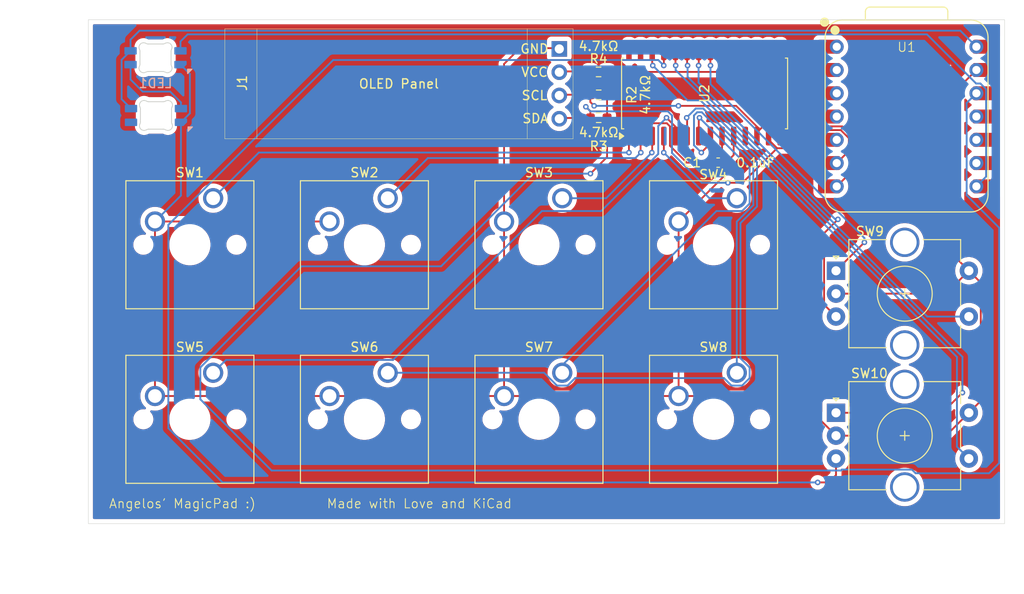
<source format=kicad_pcb>
(kicad_pcb (version 20241229) (generator "pcbnew") (generator_version "9.0")
  (layers (0 "F.Cu" signal) (2 "B.Cu" signal) (13 "F.Paste" user) (15 "B.Paste" user) (5 "F.SilkS" user "F.Silkscreen") (7 "B.SilkS" user "B.Silkscreen") (1 "F.Mask" user) (3 "B.Mask" user) (25 "Edge.Cuts" user))
  (net 0 "")
  (net 1 "GND")
  (net 2 "/3V3")
  (net 3 "/SCL")
  (net 4 "/SDA")
  (net 5 "/LED")
  (net 6 "Net-(LED1-DOUT)")
  (net 7 "+5V")
  (net 9 "/RESET")
  (net 10 "/SW1")
  (net 11 "/SW2")
  (net 12 "/SW3")
  (net 13 "/SW4")
  (net 14 "/SW5")
  (net 15 "/SW6")
  (net 16 "/SW7")
  (net 17 "/SW8")
  (net 18 "/ROT1_B")
  (net 20 "/ROT1_SW")
  (net 21 "/ROT1_A")
  (net 24 "/ROT2_B")
  (net 25 "/ROT2_A")
  (net 27 "/ROT2_SW")
  (footprint "Button_Switch_Keyboard:SW_Cherry_MX_1.00u_PCB" (layer "F.Cu") (at 105.641308 46.633201)
    (property "Reference" "SW4" (at -2.57125 -2.5825 0) (layer "F.SilkS"))
    (property "Value" "SW_Push")
    (pad "" np_thru_hole circle (at -7.62 5.08) (size 1.7 1.7) (drill 1.7) (layers "*.Cu" "*.Mask"))
    (pad "" np_thru_hole circle (at -2.54 5.08) (size 4 4) (drill 4) (layers "*.Cu" "*.Mask"))
    (pad "" np_thru_hole circle (at 2.54 5.08) (size 1.7 1.7) (drill 1.7) (layers "*.Cu" "*.Mask"))
    (pad "1" thru_hole circle (at 0 0) (size 2.2 2.2) (drill 1.5) (layers "*.Cu" "*.Mask") (net 13 "/SW4"))
    (pad "2" thru_hole circle (at -6.35 2.54) (size 2.2 2.2) (drill 1.5) (layers "*.Cu" "*.Mask") (net 1 "GND"))
  )
  (footprint "Button_Switch_Keyboard:SW_Cherry_MX_1.00u_PCB" (layer "F.Cu") (at 86.591308 46.633201)
    (property "Reference" "SW3" (at -2.54 -2.794 0) (layer "F.SilkS"))
    (property "Value" "SW_Push")
    (pad "" np_thru_hole circle (at -7.62 5.08) (size 1.7 1.7) (drill 1.7) (layers "*.Cu" "*.Mask"))
    (pad "" np_thru_hole circle (at -2.54 5.08) (size 4 4) (drill 4) (layers "*.Cu" "*.Mask"))
    (pad "" np_thru_hole circle (at 2.54 5.08) (size 1.7 1.7) (drill 1.7) (layers "*.Cu" "*.Mask"))
    (pad "1" thru_hole circle (at 0 0) (size 2.2 2.2) (drill 1.5) (layers "*.Cu" "*.Mask") (net 12 "/SW3"))
    (pad "2" thru_hole circle (at -6.35 2.54) (size 2.2 2.2) (drill 1.5) (layers "*.Cu" "*.Mask") (net 1 "GND"))
  )
  (footprint "Package_SO:SOIC-28W_7.5x17.9mm_P1.27mm" (layer "F.Cu") (at 102.125058 35.200701 90)
    (property "Reference" "U2" (at 0 0 90) (layer "F.SilkS"))
    (property "Value" "MCP23017_SO")
    (pad "1" smd roundrect (at -4.65 -8.255 90) (size 2.05 0.6) (layers "F.Cu" "F.Mask" "F.Paste") (net 10 "/SW1"))
    (pad "2" smd roundrect (at -4.65 -6.985 90) (size 2.05 0.6) (layers "F.Cu" "F.Mask" "F.Paste") (net 11 "/SW2"))
    (pad "3" smd roundrect (at -4.65 -5.715 90) (size 2.05 0.6) (layers "F.Cu" "F.Mask" "F.Paste") (net 12 "/SW3"))
    (pad "4" smd roundrect (at -4.65 -4.445 90) (size 2.05 0.6) (layers "F.Cu" "F.Mask" "F.Paste") (net 13 "/SW4"))
    (pad "5" smd roundrect (at -4.65 -3.175 90) (size 2.05 0.6) (layers "F.Cu" "F.Mask" "F.Paste") (net 14 "/SW5"))
    (pad "6" smd roundrect (at -4.65 -1.905 90) (size 2.05 0.6) (layers "F.Cu" "F.Mask" "F.Paste") (net 15 "/SW6"))
    (pad "7" smd roundrect (at -4.65 -0.635 90) (size 2.05 0.6) (layers "F.Cu" "F.Mask" "F.Paste") (net 16 "/SW7"))
    (pad "8" smd roundrect (at -4.65 0.635 90) (size 2.05 0.6) (layers "F.Cu" "F.Mask" "F.Paste") (net 17 "/SW8"))
    (pad "9" smd roundrect (at -4.65 1.905 90) (size 2.05 0.6) (layers "F.Cu" "F.Mask" "F.Paste") (net 2 "/3V3"))
    (pad "10" smd roundrect (at -4.65 3.175 90) (size 2.05 0.6) (layers "F.Cu" "F.Mask" "F.Paste") (net 1 "GND"))
    (pad "11" smd roundrect (at -4.65 4.445 90) (size 2.05 0.6) (layers "F.Cu" "F.Mask" "F.Paste"))
    (pad "12" smd roundrect (at -4.65 5.715 90) (size 2.05 0.6) (layers "F.Cu" "F.Mask" "F.Paste") (net 3 "/SCL"))
    (pad "13" smd roundrect (at -4.65 6.985 90) (size 2.05 0.6) (layers "F.Cu" "F.Mask" "F.Paste") (net 4 "/SDA"))
    (pad "14" smd roundrect (at -4.65 8.255 90) (size 2.05 0.6) (layers "F.Cu" "F.Mask" "F.Paste"))
    (pad "15" smd roundrect (at 4.65 8.255 90) (size 2.05 0.6) (layers "F.Cu" "F.Mask" "F.Paste"))
    (pad "16" smd roundrect (at 4.65 6.985 90) (size 2.05 0.6) (layers "F.Cu" "F.Mask" "F.Paste"))
    (pad "17" smd roundrect (at 4.65 5.715 90) (size 2.05 0.6) (layers "F.Cu" "F.Mask" "F.Paste"))
    (pad "18" smd roundrect (at 4.65 4.445 90) (size 2.05 0.6) (layers "F.Cu" "F.Mask" "F.Paste") (net 9 "/RESET"))
    (pad "19" smd roundrect (at 4.65 3.175 90) (size 2.05 0.6) (layers "F.Cu" "F.Mask" "F.Paste"))
    (pad "20" smd roundrect (at 4.65 1.905 90) (size 2.05 0.6) (layers "F.Cu" "F.Mask" "F.Paste"))
    (pad "21" smd roundrect (at 4.65 0.635 90) (size 2.05 0.6) (layers "F.Cu" "F.Mask" "F.Paste") (net 21 "/ROT1_A"))
    (pad "22" smd roundrect (at 4.65 -0.635 90) (size 2.05 0.6) (layers "F.Cu" "F.Mask" "F.Paste") (net 18 "/ROT1_B"))
    (pad "23" smd roundrect (at 4.65 -1.905 90) (size 2.05 0.6) (layers "F.Cu" "F.Mask" "F.Paste") (net 20 "/ROT1_SW"))
    (pad "24" smd roundrect (at 4.65 -3.175 90) (size 2.05 0.6) (layers "F.Cu" "F.Mask" "F.Paste") (net 25 "/ROT2_A"))
    (pad "25" smd roundrect (at 4.65 -4.445 90) (size 2.05 0.6) (layers "F.Cu" "F.Mask" "F.Paste") (net 24 "/ROT2_B"))
    (pad "26" smd roundrect (at 4.65 -5.715 90) (size 2.05 0.6) (layers "F.Cu" "F.Mask" "F.Paste") (net 27 "/ROT2_SW"))
    (pad "27" smd roundrect (at 4.65 -6.985 90) (size 2.05 0.6) (layers "F.Cu" "F.Mask" "F.Paste"))
    (pad "28" smd roundrect (at 4.65 -8.255 90) (size 2.05 0.6) (layers "F.Cu" "F.Mask" "F.Paste"))
  )
  (footprint "Resistor_SMD:R_0603_1608Metric_Pad0.98x0.95mm_HandSolder" (layer "F.Cu") (at 90.557558 32.850701)
    (property "Reference" "R4" (at 0 -1.43 0) (layer "F.SilkS"))
    (property "Value" "4.7kΩ" (at 0 -2.8 0) (layer "F.SilkS"))
    (pad "1" smd roundrect (at -0.9125 0) (size 0.975 0.95) (layers "F.Cu" "F.Mask" "F.Paste") (net 2 "/3V3"))
    (pad "2" smd roundrect (at 0.9125 0) (size 0.975 0.95) (layers "F.Cu" "F.Mask" "F.Paste") (net 9 "/RESET"))
  )
  (footprint "SSD1306-0.91-OLED-4pin-128x32:SSD1306-0.91-OLED-4pin-128x32" (layer "F.Cu") (at 49.770058 28.150701)
    (property "Reference" "J1" (at 1.9 5.91 90) (layer "F.SilkS"))
    (property "Value" "OLED_Connector" (hide yes))
    (fp_text user "OLED Panel" (at 19 6 0) (layer "F.SilkS"))
    (fp_text user "GND" (at 33.785 2.185 0) (layer "F.SilkS"))
    (fp_text user "VCC" (at 33.785 4.73 0) (layer "F.SilkS"))
    (fp_text user "SDA" (at 33.885 9.785 0) (layer "F.SilkS"))
    (fp_text user "SCL" (at 33.785 7.27 0) (layer "F.SilkS"))
    (pad "1" thru_hole rect (at 36.5 2.19) (size 1.7 1.7) (drill 1) (layers "*.Cu" "*.Mask") (net 1 "GND"))
    (pad "2" thru_hole oval (at 36.5 4.73) (size 1.7 1.7) (drill 1) (layers "*.Cu" "*.Mask") (net 2 "/3V3"))
    (pad "3" thru_hole oval (at 36.5 7.27) (size 1.7 1.7) (drill 1) (layers "*.Cu" "*.Mask") (net 3 "/SCL"))
    (pad "4" thru_hole oval (at 36.5 9.81) (size 1.7 1.7) (drill 1) (layers "*.Cu" "*.Mask") (net 4 "/SDA"))
  )
  (footprint "Button_Switch_Keyboard:SW_Cherry_MX_1.00u_PCB" (layer "F.Cu") (at 105.641308 65.683201)
    (property "Reference" "SW8" (at -2.54 -2.794 0) (layer "F.SilkS"))
    (property "Value" "SW_Push")
    (pad "" np_thru_hole circle (at -7.62 5.08) (size 1.7 1.7) (drill 1.7) (layers "*.Cu" "*.Mask"))
    (pad "" np_thru_hole circle (at -2.54 5.08) (size 4 4) (drill 4) (layers "*.Cu" "*.Mask"))
    (pad "" np_thru_hole circle (at 2.54 5.08) (size 1.7 1.7) (drill 1.7) (layers "*.Cu" "*.Mask"))
    (pad "1" thru_hole circle (at 0 0) (size 2.2 2.2) (drill 1.5) (layers "*.Cu" "*.Mask") (net 17 "/SW8"))
    (pad "2" thru_hole circle (at -6.35 2.54) (size 2.2 2.2) (drill 1.5) (layers "*.Cu" "*.Mask") (net 1 "GND"))
  )
  (footprint "Button_Switch_Keyboard:SW_Cherry_MX_1.00u_PCB" (layer "F.Cu") (at 48.491308 46.633201)
    (property "Reference" "SW1" (at -2.54 -2.794 0) (layer "F.SilkS"))
    (property "Value" "SW_Push")
    (pad "" np_thru_hole circle (at -7.62 5.08) (size 1.7 1.7) (drill 1.7) (layers "*.Cu" "*.Mask"))
    (pad "" np_thru_hole circle (at -2.54 5.08) (size 4 4) (drill 4) (layers "*.Cu" "*.Mask"))
    (pad "" np_thru_hole circle (at 2.54 5.08) (size 1.7 1.7) (drill 1.7) (layers "*.Cu" "*.Mask"))
    (pad "1" thru_hole circle (at 0 0) (size 2.2 2.2) (drill 1.5) (layers "*.Cu" "*.Mask") (net 10 "/SW1"))
    (pad "2" thru_hole circle (at -6.35 2.54) (size 2.2 2.2) (drill 1.5) (layers "*.Cu" "*.Mask") (net 1 "GND"))
  )
  (footprint "XIAO_PCB:XIAO-RP2040-DIP" (layer "F.Cu") (at 124.170058 37.719201)
    (property "Reference" "U1" (at 0 -7.5685 0) (layer "F.SilkS") (effects (font (thickness 0.1016))))
    (property "Value" "XIAO-RP2040-DIP")
    (pad "1" smd roundrect (at -8.455 -7.62 180) (size 2.432 1.524) (layers "F.Cu" "F.Mask") (roundrect_rratio 0.1))
    (pad "1" thru_hole circle (at -7.62 -7.62 180) (size 1.524 1.524) (drill 0.889) (layers "*.Cu" "*.Mask"))
    (pad "2" smd roundrect (at -8.455 -5.08 180) (size 2.432 1.524) (layers "F.Cu" "F.Mask") (roundrect_rratio 0.1))
    (pad "2" thru_hole circle (at -7.62 -5.08 180) (size 1.524 1.524) (drill 0.889) (layers "*.Cu" "*.Mask"))
    (pad "3" smd roundrect (at -8.455 -2.54 180) (size 2.432 1.524) (layers "F.Cu" "F.Mask") (roundrect_rratio 0.1))
    (pad "3" thru_hole circle (at -7.62 -2.54 180) (size 1.524 1.524) (drill 0.889) (layers "*.Cu" "*.Mask"))
    (pad "4" smd roundrect (at -8.455 0 180) (size 2.432 1.524) (layers "F.Cu" "F.Mask") (roundrect_rratio 0.1))
    (pad "4" thru_hole circle (at -7.62 0 180) (size 1.524 1.524) (drill 0.889) (layers "*.Cu" "*.Mask"))
    (pad "5" smd roundrect (at -8.455 2.54 180) (size 2.432 1.524) (layers "F.Cu" "F.Mask") (roundrect_rratio 0.1) (net 4 "/SDA"))
    (pad "5" thru_hole circle (at -7.62 2.54 180) (size 1.524 1.524) (drill 0.889) (layers "*.Cu" "*.Mask") (net 4 "/SDA"))
    (pad "6" smd roundrect (at -8.455 5.08 180) (size 2.432 1.524) (layers "F.Cu" "F.Mask") (roundrect_rratio 0.1) (net 3 "/SCL"))
    (pad "6" thru_hole circle (at -7.62 5.08 180) (size 1.524 1.524) (drill 0.889) (layers "*.Cu" "*.Mask") (net 3 "/SCL"))
    (pad "7" smd roundrect (at -8.455 7.62 180) (size 2.432 1.524) (layers "F.Cu" "F.Mask") (roundrect_rratio 0.1) (net 9 "/RESET"))
    (pad "7" thru_hole circle (at -7.62 7.62 180) (size 1.524 1.524) (drill 0.889) (layers "*.Cu" "*.Mask") (net 9 "/RESET"))
    (pad "8" thru_hole circle (at 7.62 7.62) (size 1.524 1.524) (drill 0.889) (layers "*.Cu" "*.Mask") (net 5 "/LED"))
    (pad "8" smd roundrect (at 8.455 7.62) (size 2.432 1.524) (layers "F.Cu" "F.Mask") (roundrect_rratio 0.1) (net 5 "/LED"))
    (pad "9" thru_hole circle (at 7.62 5.08) (size 1.524 1.524) (drill 0.889) (layers "*.Cu" "*.Mask"))
    (pad "9" smd roundrect (at 8.455 5.08) (size 2.432 1.524) (layers "F.Cu" "F.Mask") (roundrect_rratio 0.1))
    (pad "10" thru_hole circle (at 7.62 2.54) (size 1.524 1.524) (drill 0.889) (layers "*.Cu" "*.Mask"))
    (pad "10" smd roundrect (at 8.455 2.54) (size 2.432 1.524) (layers "F.Cu" "F.Mask") (roundrect_rratio 0.1))
    (pad "11" thru_hole circle (at 7.62 0) (size 1.524 1.524) (drill 0.889) (layers "*.Cu" "*.Mask"))
    (pad "11" smd roundrect (at 8.455 0) (size 2.432 1.524) (layers "F.Cu" "F.Mask") (roundrect_rratio 0.1))
    (pad "12" thru_hole circle (at 7.62 -2.54) (size 1.524 1.524) (drill 0.889) (layers "*.Cu" "*.Mask") (net 2 "/3V3"))
    (pad "12" smd roundrect (at 8.455 -2.54) (size 2.432 1.524) (layers "F.Cu" "F.Mask") (roundrect_rratio 0.1) (net 2 "/3V3"))
    (pad "13" thru_hole circle (at 7.62 -5.08) (size 1.524 1.524) (drill 0.889) (layers "*.Cu" "*.Mask") (net 1 "GND"))
    (pad "13" smd roundrect (at 8.455 -5.08) (size 2.432 1.524) (layers "F.Cu" "F.Mask") (roundrect_rratio 0.1) (net 1 "GND"))
    (pad "14" thru_hole circle (at 7.62 -7.62) (size 1.524 1.524) (drill 0.889) (layers "*.Cu" "*.Mask") (net 7 "+5V"))
    (pad "14" smd roundrect (at 8.455 -7.62) (size 2.432 1.524) (layers "F.Cu" "F.Mask") (roundrect_rratio 0.1) (net 7 "+5V"))
  )
  (footprint "Resistor_SMD:R_0603_1608Metric_Pad0.98x0.95mm_HandSolder" (layer "F.Cu") (at 90.570058 35.350701)
    (property "Reference" "R2" (at 3.6 0 270) (layer "F.SilkS"))
    (property "Value" "4.7kΩ" (at 5.1 0 90) (layer "F.SilkS"))
    (pad "1" smd roundrect (at -0.9125 0) (size 0.975 0.95) (layers "F.Cu" "F.Mask" "F.Paste") (net 3 "/SCL"))
    (pad "2" smd roundrect (at 0.9125 0) (size 0.975 0.95) (layers "F.Cu" "F.Mask" "F.Paste") (net 2 "/3V3"))
  )
  (footprint "Rotary_Encoder:RotaryEncoder_Alps_EC11E-Switch_Vertical_H20mm_CircularMountingHoles" (layer "F.Cu") (at 116.470058 54.550701)
    (property "Reference" "SW9" (at 3.7 -4.3 0) (layer "F.SilkS"))
    (property "Value" "RotaryEncoder_Switch_MP")
    (pad "A" thru_hole rect (at 0 0) (size 2 2) (drill 1) (layers "*.Cu" "*.Mask") (net 21 "/ROT1_A"))
    (pad "B" thru_hole circle (at 0 5) (size 2 2) (drill 1) (layers "*.Cu" "*.Mask") (net 18 "/ROT1_B"))
    (pad "C" thru_hole circle (at 0 2.5) (size 2 2) (drill 1) (layers "*.Cu" "*.Mask") (net 1 "GND"))
    (pad "MP" thru_hole circle (at 7.5 -3.1) (size 3.2 3.2) (drill 2.6) (layers "*.Cu" "*.Mask"))
    (pad "MP" thru_hole circle (at 7.5 8.1) (size 3.2 3.2) (drill 2.6) (layers "*.Cu" "*.Mask"))
    (pad "S1" thru_hole circle (at 14.5 5) (size 2 2) (drill 1) (layers "*.Cu" "*.Mask") (net 20 "/ROT1_SW"))
    (pad "S2" thru_hole circle (at 14.5 0) (size 2 2) (drill 1) (layers "*.Cu" "*.Mask") (net 1 "GND"))
  )
  (footprint "Capacitor_SMD:C_0603_1608Metric_Pad1.08x0.95mm_HandSolder" (layer "F.Cu") (at 103.607558 42.750701)
    (property "Reference" "C1" (at -2.8375 0 0) (layer "F.SilkS"))
    (property "Value" "0.1uF" (at 4.0625 0 0) (layer "F.SilkS"))
    (pad "1" smd roundrect (at -0.8625 0) (size 1.075 0.95) (layers "F.Cu" "F.Mask" "F.Paste") (net 2 "/3V3"))
    (pad "2" smd roundrect (at 0.8625 0) (size 1.075 0.95) (layers "F.Cu" "F.Mask" "F.Paste") (net 1 "GND"))
  )
  (footprint "Resistor_SMD:R_0603_1608Metric_Pad0.98x0.95mm_HandSolder" (layer "F.Cu") (at 90.570058 37.850701)
    (property "Reference" "R3" (at 0 3.1 0) (layer "F.SilkS"))
    (property "Value" "4.7kΩ" (at 0 1.6 0) (layer "F.SilkS"))
    (pad "1" smd roundrect (at -0.9125 0) (size 0.975 0.95) (layers "F.Cu" "F.Mask" "F.Paste") (net 4 "/SDA"))
    (pad "2" smd roundrect (at 0.9125 0) (size 0.975 0.95) (layers "F.Cu" "F.Mask" "F.Paste") (net 2 "/3V3"))
  )
  (footprint "Rotary_Encoder:RotaryEncoder_Alps_EC11E-Switch_Vertical_H20mm_CircularMountingHoles" (layer "F.Cu") (at 116.470058 70.050701)
    (property "Reference" "SW10" (at 3.65 -4.3 0) (layer "F.SilkS"))
    (property "Value" "RotaryEncoder_Switch_MP")
    (pad "A" thru_hole rect (at 0 0) (size 2 2) (drill 1) (layers "*.Cu" "*.Mask") (net 25 "/ROT2_A"))
    (pad "B" thru_hole circle (at 0 5) (size 2 2) (drill 1) (layers "*.Cu" "*.Mask") (net 24 "/ROT2_B"))
    (pad "C" thru_hole circle (at 0 2.5) (size 2 2) (drill 1) (layers "*.Cu" "*.Mask") (net 1 "GND"))
    (pad "MP" thru_hole circle (at 7.5 -3.1) (size 3.2 3.2) (drill 2.6) (layers "*.Cu" "*.Mask"))
    (pad "MP" thru_hole circle (at 7.5 8.1) (size 3.2 3.2) (drill 2.6) (layers "*.Cu" "*.Mask"))
    (pad "S1" thru_hole circle (at 14.5 5) (size 2 2) (drill 1) (layers "*.Cu" "*.Mask") (net 27 "/ROT2_SW"))
    (pad "S2" thru_hole circle (at 14.5 0) (size 2 2) (drill 1) (layers "*.Cu" "*.Mask") (net 1 "GND"))
  )
  (footprint "Button_Switch_Keyboard:SW_Cherry_MX_1.00u_PCB" (layer "F.Cu") (at 67.541308 46.633201)
    (property "Reference" "SW2" (at -2.54 -2.794 0) (layer "F.SilkS"))
    (property "Value" "SW_Push")
    (pad "" np_thru_hole circle (at -7.62 5.08) (size 1.7 1.7) (drill 1.7) (layers "*.Cu" "*.Mask"))
    (pad "" np_thru_hole circle (at -2.54 5.08) (size 4 4) (drill 4) (layers "*.Cu" "*.Mask"))
    (pad "" np_thru_hole circle (at 2.54 5.08) (size 1.7 1.7) (drill 1.7) (layers "*.Cu" "*.Mask"))
    (pad "1" thru_hole circle (at 0 0) (size 2.2 2.2) (drill 1.5) (layers "*.Cu" "*.Mask") (net 11 "/SW2"))
    (pad "2" thru_hole circle (at -6.35 2.54) (size 2.2 2.2) (drill 1.5) (layers "*.Cu" "*.Mask") (net 1 "GND"))
  )
  (footprint "Button_Switch_Keyboard:SW_Cherry_MX_1.00u_PCB" (layer "F.Cu") (at 48.491308 65.683201)
    (property "Reference" "SW5" (at -2.54 -2.794 0) (layer "F.SilkS"))
    (property "Value" "SW_Push")
    (pad "" np_thru_hole circle (at -7.62 5.08) (size 1.7 1.7) (drill 1.7) (layers "*.Cu" "*.Mask"))
    (pad "" np_thru_hole circle (at -2.54 5.08) (size 4 4) (drill 4) (layers "*.Cu" "*.Mask"))
    (pad "" np_thru_hole circle (at 2.54 5.08) (size 1.7 1.7) (drill 1.7) (layers "*.Cu" "*.Mask"))
    (pad "1" thru_hole circle (at 0 0) (size 2.2 2.2) (drill 1.5) (layers "*.Cu" "*.Mask") (net 14 "/SW5"))
    (pad "2" thru_hole circle (at -6.35 2.54) (size 2.2 2.2) (drill 1.5) (layers "*.Cu" "*.Mask") (net 1 "GND"))
  )
  (footprint "Button_Switch_Keyboard:SW_Cherry_MX_1.00u_PCB" (layer "F.Cu") (at 86.591308 65.683201)
    (property "Reference" "SW7" (at -2.54 -2.794 0) (layer "F.SilkS"))
    (property "Value" "SW_Push")
    (pad "" np_thru_hole circle (at -7.62 5.08) (size 1.7 1.7) (drill 1.7) (layers "*.Cu" "*.Mask"))
    (pad "" np_thru_hole circle (at -2.54 5.08) (size 4 4) (drill 4) (layers "*.Cu" "*.Mask"))
    (pad "" np_thru_hole circle (at 2.54 5.08) (size 1.7 1.7) (drill 1.7) (layers "*.Cu" "*.Mask"))
    (pad "1" thru_hole circle (at 0 0) (size 2.2 2.2) (drill 1.5) (layers "*.Cu" "*.Mask") (net 16 "/SW7"))
    (pad "2" thru_hole circle (at -6.35 2.54) (size 2.2 2.2) (drill 1.5) (layers "*.Cu" "*.Mask") (net 1 "GND"))
  )
  (footprint "Button_Switch_Keyboard:SW_Cherry_MX_1.00u_PCB" (layer "F.Cu") (at 67.541308 65.683201)
    (property "Reference" "SW6" (at -2.54 -2.794 0) (layer "F.SilkS"))
    (property "Value" "SW_Push")
    (pad "" np_thru_hole circle (at -7.62 5.08) (size 1.7 1.7) (drill 1.7) (layers "*.Cu" "*.Mask"))
    (pad "" np_thru_hole circle (at -2.54 5.08) (size 4 4) (drill 4) (layers "*.Cu" "*.Mask"))
    (pad "" np_thru_hole circle (at 2.54 5.08) (size 1.7 1.7) (drill 1.7) (layers "*.Cu" "*.Mask"))
    (pad "1" thru_hole circle (at 0 0) (size 2.2 2.2) (drill 1.5) (layers "*.Cu" "*.Mask") (net 15 "/SW6"))
    (pad "2" thru_hole circle (at -6.35 2.54) (size 2.2 2.2) (drill 1.5) (layers "*.Cu" "*.Mask") (net 1 "GND"))
  )
  (footprint "PCM_marbastlib-various:LED_6028R" (layer "B.Cu") (at 42.25 37.6 180)
    (property "Reference" "LED2" (hide yes))
    (property "Value" "SK6812MINI-E")
    (fp_line (start 1.699999 -0.702841) (end 1.699999 0.702843) (stroke (width 0.1)) (layer "Edge.Cuts"))
    (fp_line (start 0.794452 1.5) (end -0.794453 1.5) (stroke (width 0.1)) (layer "Edge.Cuts"))
    (fp_line (start -0.794452 -1.499999) (end 0.794452 -1.499999) (stroke (width 0.1)) (layer "Edge.Cuts"))
    (fp_line (start -1.699999 0.702843) (end -1.699999 -0.702841) (stroke (width 0.1)) (layer "Edge.Cuts"))
    (fp_arc (start 1.749484 0.919721) (mid 1.712526 0.814069) (end 1.699999 0.702843) (stroke (width 0.1)) (layer "Edge.Cuts"))
    (fp_arc (start 1.749484 0.919721) (mid 1.638072 1.504036) (end 1.046711 1.5683) (stroke (width 0.1)) (layer "Edge.Cuts"))
    (fp_arc (start 1.699999 -0.702842) (mid 1.712536 -0.814064) (end 1.749484 -0.919719) (stroke (width 0.1)) (layer "Edge.Cuts"))
    (fp_arc (start 1.046711 -1.568296) (mid 1.63807 -1.504033) (end 1.749484 -0.919719) (stroke (width 0.1)) (layer "Edge.Cuts"))
    (fp_arc (start 1.04671 -1.568298) (mid 0.925122 -1.517376) (end 0.794452 -1.499999) (stroke (width 0.1)) (layer "Edge.Cuts"))
    (fp_arc (start 0.794453 1.500001) (mid 0.925123 1.517378) (end 1.046711 1.5683) (stroke (width 0.1)) (layer "Edge.Cuts"))
    (fp_arc (start -0.794452 -1.499999) (mid -0.925123 -1.517376) (end -1.046711 -1.568298) (stroke (width 0.1)) (layer "Edge.Cuts"))
    (fp_arc (start -1.046711 1.568299) (mid -0.925123 1.517377) (end -0.794453 1.5) (stroke (width 0.1)) (layer "Edge.Cuts"))
    (fp_arc (start -1.046711 1.568299) (mid -1.638071 1.504036) (end -1.749484 0.919721) (stroke (width 0.1)) (layer "Edge.Cuts"))
    (fp_arc (start -1.699999 0.702844) (mid -1.712527 0.814069) (end -1.749484 0.919721) (stroke (width 0.1)) (layer "Edge.Cuts"))
    (fp_arc (start -1.749484 -0.919718) (mid -1.638072 -1.504034) (end -1.046711 -1.568298) (stroke (width 0.1)) (layer "Edge.Cuts"))
    (fp_arc (start -1.749484 -0.919719) (mid -1.712527 -0.814067) (end -1.699999 -0.702841) (stroke (width 0.1)) (layer "Edge.Cuts"))
    (pad "1" smd roundrect (at 2.725 0.75 90) (size 0.82 1.35) (layers "B.Cu" "B.Mask" "B.Paste") (roundrect_rratio 0.1) (net 7 "+5V"))
    (pad "2" smd roundrect (at 2.725 -0.75 90) (size 0.82 1.35) (layers "B.Cu" "B.Mask" "B.Paste") (roundrect_rratio 0.1))
    (pad "3" smd roundrect (at -2.725 0.75 90) (size 0.82 1.35) (layers "B.Cu" "B.Mask" "B.Paste") (roundrect_rratio 0.1) (net 6 "Net-(LED1-DOUT)"))
    (pad "4" smd roundrect (at -2.725 -0.75 90) (size 0.82 1.35) (layers "B.Cu" "B.Mask" "B.Paste") (roundrect_rratio 0.1) (chamfer_ratio 0.5) (chamfer bottom_left) (net 1 "GND"))
  )
  (footprint "PCM_marbastlib-various:LED_6028R" (layer "B.Cu") (at 42.2 31.3 180)
    (property "Reference" "LED1" (at 0 -2.8 0) (layer "B.SilkS") (effects (justify mirror)))
    (property "Value" "SK6812MINI-E")
    (fp_line (start 1.699999 -0.702841) (end 1.699999 0.702843) (stroke (width 0.1)) (layer "Edge.Cuts"))
    (fp_line (start 0.794452 1.5) (end -0.794453 1.5) (stroke (width 0.1)) (layer "Edge.Cuts"))
    (fp_line (start -0.794452 -1.499999) (end 0.794452 -1.499999) (stroke (width 0.1)) (layer "Edge.Cuts"))
    (fp_line (start -1.699999 0.702843) (end -1.699999 -0.702841) (stroke (width 0.1)) (layer "Edge.Cuts"))
    (fp_arc (start 1.749484 0.919721) (mid 1.712526 0.814069) (end 1.699999 0.702843) (stroke (width 0.1)) (layer "Edge.Cuts"))
    (fp_arc (start 1.749484 0.919721) (mid 1.638072 1.504036) (end 1.046711 1.5683) (stroke (width 0.1)) (layer "Edge.Cuts"))
    (fp_arc (start 1.699999 -0.702842) (mid 1.712536 -0.814064) (end 1.749484 -0.919719) (stroke (width 0.1)) (layer "Edge.Cuts"))
    (fp_arc (start 1.046711 -1.568296) (mid 1.63807 -1.504033) (end 1.749484 -0.919719) (stroke (width 0.1)) (layer "Edge.Cuts"))
    (fp_arc (start 1.04671 -1.568298) (mid 0.925122 -1.517376) (end 0.794452 -1.499999) (stroke (width 0.1)) (layer "Edge.Cuts"))
    (fp_arc (start 0.794453 1.500001) (mid 0.925123 1.517378) (end 1.046711 1.5683) (stroke (width 0.1)) (layer "Edge.Cuts"))
    (fp_arc (start -0.794452 -1.499999) (mid -0.925123 -1.517376) (end -1.046711 -1.568298) (stroke (width 0.1)) (layer "Edge.Cuts"))
    (fp_arc (start -1.046711 1.568299) (mid -0.925123 1.517377) (end -0.794453 1.5) (stroke (width 0.1)) (layer "Edge.Cuts"))
    (fp_arc (start -1.046711 1.568299) (mid -1.638071 1.504036) (end -1.749484 0.919721) (stroke (width 0.1)) (layer "Edge.Cuts"))
    (fp_arc (start -1.699999 0.702844) (mid -1.712527 0.814069) (end -1.749484 0.919721) (stroke (width 0.1)) (layer "Edge.Cuts"))
    (fp_arc (start -1.749484 -0.919718) (mid -1.638072 -1.504034) (end -1.046711 -1.568298) (stroke (width 0.1)) (layer "Edge.Cuts"))
    (fp_arc (start -1.749484 -0.919719) (mid -1.712527 -0.814067) (end -1.699999 -0.702841) (stroke (width 0.1)) (layer "Edge.Cuts"))
    (pad "1" smd roundrect (at 2.725 0.75 90) (size 0.82 1.35) (layers "B.Cu" "B.Mask" "B.Paste") (roundrect_rratio 0.1) (net 7 "+5V"))
    (pad "2" smd roundrect (at 2.725 -0.75 90) (size 0.82 1.35) (layers "B.Cu" "B.Mask" "B.Paste") (roundrect_rratio 0.1) (net 6 "Net-(LED1-DOUT)"))
    (pad "3" smd roundrect (at -2.725 0.75 90) (size 0.82 1.35) (layers "B.Cu" "B.Mask" "B.Paste") (roundrect_rratio 0.1) (net 5 "/LED"))
    (pad "4" smd roundrect (at -2.725 -0.75 90) (size 0.82 1.35) (layers "B.Cu" "B.Mask" "B.Paste") (roundrect_rratio 0.1) (chamfer_ratio 0.5) (chamfer bottom_left) (net 1 "GND"))
  )
  (gr_rect (start 34.870058 27.150701) (end 134.870058 82.150701) (stroke (width 0.05)) (fill no) (layer "Edge.Cuts"))
  (gr_text "xiao here :)" (at 124.170058 33.950701 0) (layer "F.Cu") (effects (font (size 1 1) (thickness 0.2) (bold yes)) (justify bottom)))
  (gr_text "Angelos' MagicPad :)	Made with Love and KiCad\n" (at 37.070058 80.550701 0) (layer "F.SilkS") (effects (font (size 1 1) (thickness 0.1)) (justify left bottom)))
  (segment (start 80.241308 68.223201) (end 99.291308 68.223201) (width 0.2) (layer "F.Cu") (net 1))
  (segment (start 112.142558 68.223201) (end 116.470058 72.550701) (width 0.2) (layer "F.Cu") (net 1))
  (segment (start 86.185058 30.255701) (end 86.270058 30.340701) (width 0.2) (layer "F.Cu") (net 1))
  (segment (start 132.271058 68.749701) (end 132.271058 55.851701) (width 0.2) (layer "F.Cu") (net 1))
  (segment (start 81.975058 30.255701) (end 86.185058 30.255701) (width 0.2) (layer "F.Cu") (net 1))
  (segment (start 80.241308 49.173201) (end 80.241308 31.979451) (width 0.2) (layer "F.Cu") (net 1))
  (segment (start 81.970058 30.250701) (end 81.975058 30.255701) (width 0.2) (layer "F.Cu") (net 1))
  (segment (start 129.870058 53.450701) (end 130.970058 54.550701) (width 0.2) (layer "F.Cu") (net 1))
  (segment (start 42.141308 49.173201) (end 42.141308 68.223201) (width 0.2) (layer "F.Cu") (net 1))
  (segment (start 61.191308 68.223201) (end 80.241308 68.223201) (width 0.2) (layer "F.Cu") (net 1))
  (segment (start 42.141308 49.173201) (end 61.191308 49.173201) (width 0.2) (layer "F.Cu") (net 1))
  (segment (start 99.291308 68.223201) (end 112.142558 68.223201) (width 0.2) (layer "F.Cu") (net 1))
  (segment (start 42.141308 68.223201) (end 61.191308 68.223201) (width 0.2) (layer "F.Cu") (net 1))
  (segment (start 80.241308 31.979451) (end 81.970058 30.250701) (width 0.2) (layer "F.Cu") (net 1))
  (segment (start 129.870058 34.559201) (end 129.870058 53.450701) (width 0.2) (layer "F.Cu") (net 1))
  (segment (start 99.291308 49.173201) (end 104.470058 43.994451) (width 0.2) (layer "F.Cu") (net 1))
  (segment (start 130.970058 70.050701) (end 128.470058 72.550701) (width 0.2) (layer "F.Cu") (net 1))
  (segment (start 99.291308 49.173201) (end 99.291308 68.223201) (width 0.2) (layer "F.Cu") (net 1))
  (segment (start 104.470058 42.750701) (end 105.300058 41.920701) (width 0.2) (layer "F.Cu") (net 1))
  (segment (start 130.970058 54.550701) (end 128.470058 57.050701) (width 0.2) (layer "F.Cu") (net 1))
  (segment (start 104.470058 43.994451) (end 104.470058 42.750701) (width 0.2) (layer "F.Cu") (net 1))
  (segment (start 80.241308 68.223201) (end 80.241308 49.173201) (width 0.2) (layer "F.Cu") (net 1))
  (segment (start 130.970058 70.050701) (end 132.271058 68.749701) (width 0.2) (layer "F.Cu") (net 1))
  (segment (start 131.790058 32.639201) (end 129.870058 34.559201) (width 0.2) (layer "F.Cu") (net 1))
  (segment (start 105.300058 41.920701) (end 105.300058 39.850701) (width 0.2) (layer "F.Cu") (net 1))
  (segment (start 128.470058 57.050701) (end 116.470058 57.050701) (width 0.2) (layer "F.Cu") (net 1))
  (segment (start 132.271058 55.851701) (end 130.970058 54.550701) (width 0.2) (layer "F.Cu") (net 1))
  (segment (start 128.470058 72.550701) (end 116.470058 72.550701) (width 0.2) (layer "F.Cu") (net 1))
  (segment (start 44.925 32.05) (end 45.951 33.076) (width 0.2) (layer "B.Cu") (net 1))
  (segment (start 45.951 37.374) (end 44.975 38.35) (width 0.2) (layer "B.Cu") (net 1))
  (segment (start 44.975 46.339509) (end 42.141308 49.173201) (width 0.2) (layer "B.Cu") (net 1))
  (segment (start 44.975 38.35) (end 44.975 46.339509) (width 0.2) (layer "B.Cu") (net 1))
  (segment (start 45.951 33.076) (end 45.951 37.374) (width 0.2) (layer "B.Cu") (net 1))
  (segment (start 89.670058 43.950701) (end 91.482558 42.138201) (width 0.2) (layer "F.Cu") (net 2))
  (segment (start 104.030058 39.850701) (end 104.030058 41.465701) (width 0.2) (layer "F.Cu") (net 2))
  (segment (start 86.355058 32.795701) (end 89.590058 32.795701) (width 0.2) (layer "F.Cu") (net 2))
  (segment (start 89.645058 33.513201) (end 91.482558 35.350701) (width 0.2) (layer "F.Cu") (net 2))
  (segment (start 104.030058 41.465701) (end 102.745058 42.750701) (width 0.2) (layer "F.Cu") (net 2))
  (segment (start 98.349058 38.796801) (end 98.349058 40.916669) (width 0.2) (layer "F.Cu") (net 2))
  (segment (start 91.482558 35.350701) (end 91.482558 37.850701) (width 0.2) (layer "F.Cu") (net 2))
  (segment (start 92.083558 38.451701) (end 98.003958 38.451701) (width 0.2) (layer "F.Cu") (net 2))
  (segment (start 86.270058 32.880701) (end 86.355058 32.795701) (width 0.2) (layer "F.Cu") (net 2))
  (segment (start 91.482558 37.850701) (end 92.083558 38.451701) (width 0.2) (layer "F.Cu") (net 2))
  (segment (start 100.18309 42.750701) (end 102.745058 42.750701) (width 0.2) (layer "F.Cu") (net 2))
  (segment (start 91.482558 42.138201) (end 91.482558 37.850701) (width 0.2) (layer "F.Cu") (net 2))
  (segment (start 89.590058 32.795701) (end 89.645058 32.850701) (width 0.2) (layer "F.Cu") (net 2))
  (segment (start 98.003958 38.451701) (end 98.349058 38.796801) (width 0.2) (layer "F.Cu") (net 2))
  (segment (start 89.645058 32.850701) (end 89.645058 33.513201) (width 0.2) (layer "F.Cu") (net 2))
  (segment (start 98.349058 40.916669) (end 100.18309 42.750701) (width 0.2) (layer "F.Cu") (net 2))
  (via (at 89.670058 43.950701) (size 0.6) (drill 0.3) (layers "F.Cu" "B.Cu") (net 2))
  (segment (start 130.727058 36.242201) (end 130.727058 46.307701) (width 0.2) (layer "B.Cu") (net 2))
  (segment (start 117.00895 76.351701) (end 54.864624 76.351701) (width 0.2) (layer "B.Cu") (net 2))
  (segment (start 117.11095 76.249701) (end 117.00895 76.351701) (width 0.2) (layer "B.Cu") (net 2))
  (segment (start 124.757478 76.249701) (end 117.11095 76.249701) (width 0.2) (layer "B.Cu") (net 2))
  (segment (start 54.864624 76.351701) (end 47.090308 68.577385) (width 0.2) (layer "B.Cu") (net 2))
  (segment (start 125.158478 76.650701) (end 124.757478 76.249701) (width 0.2) (layer "B.Cu") (net 2))
  (segment (start 133.170058 76.650701) (end 125.158478 76.650701) (width 0.2) (layer "B.Cu") (net 2))
  (segment (start 47.090308 65.102887) (end 58.128994 54.064201) (width 0.2) (layer "B.Cu") (net 2))
  (segment (start 47.090308 68.577385) (end 47.090308 65.102887) (width 0.2) (layer "B.Cu") (net 2))
  (segment (start 58.128994 54.064201) (end 73.368994 54.064201) (width 0.2) (layer "B.Cu") (net 2))
  (segment (start 83.482494 43.950701) (end 89.670058 43.950701) (width 0.2) (layer "B.Cu") (net 2))
  (segment (start 134.270058 49.850701) (end 134.270058 75.550701) (width 0.2) (layer "B.Cu") (net 2))
  (segment (start 130.727058 46.307701) (end 134.270058 49.850701) (width 0.2) (layer "B.Cu") (net 2))
  (segment (start 131.790058 35.179201) (end 130.727058 36.242201) (width 0.2) (layer "B.Cu") (net 2))
  (segment (start 73.368994 54.064201) (end 83.482494 43.950701) (width 0.2) (layer "B.Cu") (net 2))
  (segment (start 134.270058 75.550701) (end 133.170058 76.650701) (width 0.2) (layer "B.Cu") (net 2))
  (segment (start 110.721026 38.524701) (end 111.392526 39.196201) (width 0.2) (layer "F.Cu") (net 3))
  (segment (start 116.550058 42.799201) (end 117.870058 41.479201) (width 0.2) (layer "F.Cu") (net 3))
  (segment (start 107.840058 38.825702) (end 107.840058 39.850701) (width 0.2) (layer "F.Cu") (net 3))
  (segment (start 116.990368 39.196201) (end 117.870058 40.075891) (width 0.2) (layer "F.Cu") (net 3))
  (segment (start 86.355058 35.335701) (end 89.642558 35.335701) (width 0.2) (layer "F.Cu") (net 3))
  (segment (start 111.392526 39.196201) (end 116.990368 39.196201) (width 0.2) (layer "F.Cu") (net 3))
  (segment (start 105.565057 36.550701) (end 107.840058 38.825702) (width 0.2) (layer "F.Cu") (net 3))
  (segment (start 107.840058 39.850701) (end 107.840058 39.453733) (width 0.2) (layer "F.Cu") (net 3))
  (segment (start 89.657558 36.138201) (end 90.070058 36.550701) (width 0.2) (layer "F.Cu") (net 3))
  (segment (start 117.870058 40.075891) (end 117.870058 41.479201) (width 0.2) (layer "F.Cu") (net 3))
  (segment (start 107.840058 39.453733) (end 108.76909 38.524701) (width 0.2) (layer "F.Cu") (net 3))
  (segment (start 108.76909 38.524701) (end 110.721026 38.524701) (width 0.2) (layer "F.Cu") (net 3))
  (segment (start 99.270058 36.550701) (end 105.565057 36.550701) (width 0.2) (layer "F.Cu") (net 3))
  (segment (start 89.642558 35.335701) (end 89.657558 35.350701) (width 0.2) (layer "F.Cu") (net 3))
  (segment (start 86.270058 35.420701) (end 86.355058 35.335701) (width 0.2) (layer "F.Cu") (net 3))
  (segment (start 89.657558 35.350701) (end 89.657558 36.138201) (width 0.2) (layer "F.Cu") (net 3))
  (via (at 99.270058 36.550701) (size 0.6) (drill 0.3) (layers "F.Cu" "B.Cu") (net 3))
  (via (at 90.070058 36.550701) (size 0.6) (drill 0.3) (layers "F.Cu" "B.Cu") (net 3))
  (segment (start 90.070058 36.550701) (end 99.270058 36.550701) (width 0.2) (layer "B.Cu") (net 3))
  (segment (start 106.26509 44.950701) (end 104.670058 44.950701) (width 0.2) (layer "F.Cu") (net 4))
  (segment (start 89.657558 37.138201) (end 89.170058 36.650701) (width 0.2) (layer "F.Cu") (net 4))
  (segment (start 86.355058 37.875701) (end 89.632558 37.875701) (width 0.2) (layer "F.Cu") (net 4))
  (segment (start 89.632558 37.875701) (end 89.657558 37.850701) (width 0.2) (layer "F.Cu") (net 4))
  (segment (start 109.110058 40.247669) (end 110.03909 41.176701) (width 0.2) (layer "F.Cu") (net 4))
  (segment (start 89.657558 37.850701) (end 89.657558 37.138201) (width 0.2) (layer "F.Cu") (net 4))
  (segment (start 86.270058 37.960701) (end 86.355058 37.875701) (width 0.2) (layer "F.Cu") (net 4))
  (segment (start 109.110058 39.850701) (end 109.110058 40.247669) (width 0.2) (layer "F.Cu") (net 4))
  (segment (start 110.03909 41.176701) (end 106.26509 44.950701) (width 0.2) (layer "F.Cu") (net 4))
  (segment (start 114.797558 41.176701) (end 115.715058 40.259201) (width 0.2) (layer "F.Cu") (net 4))
  (segment (start 110.03909 41.176701) (end 114.797558 41.176701) (width 0.2) (layer "F.Cu") (net 4))
  (via (at 89.170058 36.650701) (size 0.6) (drill 0.3) (layers "F.Cu" "B.Cu") (net 4))
  (via (at 104.670058 44.950701) (size 0.6) (drill 0.3) (layers "F.Cu" "B.Cu") (net 4))
  (segment (start 98.571058 41.701758) (end 98.571058 37.601758) (width 0.2) (layer "B.Cu") (net 4))
  (segment (start 101.820001 44.950701) (end 98.571058 41.701758) (width 0.2) (layer "B.Cu") (net 4))
  (segment (start 98.571058 37.601758) (end 98.121001 37.151701) (width 0.2) (layer "B.Cu") (net 4))
  (segment (start 104.670058 44.950701) (end 101.820001 44.950701) (width 0.2) (layer "B.Cu") (net 4))
  (segment (start 89.671058 37.151701) (end 89.170058 36.650701) (width 0.2) (layer "B.Cu") (net 4))
  (segment (start 98.121001 37.151701) (end 89.671058 37.151701) (width 0.2) (layer "B.Cu") (net 4))
  (segment (start 132.853058 34.738891) (end 132.230368 34.116201) (width 0.2) (layer "B.Cu") (net 5))
  (segment (start 44.925 29.525) (end 44.925 30.55) (width 0.2) (layer "B.Cu") (net 5))
  (segment (start 131.790058 45.339201) (end 132.853058 44.276201) (width 0.2) (layer "B.Cu") (net 5))
  (segment (start 132.853058 44.276201) (end 132.853058 34.738891) (width 0.2) (layer "B.Cu") (net 5))
  (segment (start 44.925 29.525) (end 45.699299 28.750701) (width 0.2) (layer "B.Cu") (net 5))
  (segment (start 126.398248 28.750701) (end 45.699299 28.750701) (width 0.2) (layer "B.Cu") (net 5))
  (segment (start 131.763748 34.116201) (end 126.398248 28.750701) (width 0.2) (layer "B.Cu") (net 5))
  (segment (start 132.230368 34.116201) (end 131.763748 34.116201) (width 0.2) (layer "B.Cu") (net 5))
  (segment (start 43.8 35) (end 44.975 36.175) (width 0.2) (layer "B.Cu") (net 6))
  (segment (start 40.8 35) (end 43.8 35) (width 0.2) (layer "B.Cu") (net 6))
  (segment (start 44.975 36.175) (end 44.975 36.85) (width 0.2) (layer "B.Cu") (net 6))
  (segment (start 39.475 32.05) (end 39.475 33.675) (width 0.2) (layer "B.Cu") (net 6))
  (segment (start 39.475 33.675) (end 40.8 35) (width 0.2) (layer "B.Cu") (net 6))
  (segment (start 38.499 35.824) (end 38.499 31.526) (width 0.2) (layer "B.Cu") (net 7))
  (segment (start 39.475 29.325) (end 39.475 30.55) (width 0.2) (layer "B.Cu") (net 7))
  (segment (start 38.499 31.526) (end 39.475 30.55) (width 0.2) (layer "B.Cu") (net 7))
  (segment (start 39.525 36.85) (end 38.499 35.824) (width 0.2) (layer "B.Cu") (net 7))
  (segment (start 130.040558 28.349701) (end 40.450299 28.349701) (width 0.2) (layer "B.Cu") (net 7))
  (segment (start 40.450299 28.349701) (end 39.475 29.325) (width 0.2) (layer "B.Cu") (net 7))
  (segment (start 131.790058 30.099201) (end 130.040558 28.349701) (width 0.2) (layer "B.Cu") (net 7))
  (segment (start 106.570058 32.250701) (end 106.570058 30.550701) (width 0.2) (layer "F.Cu") (net 9))
  (segment (start 105.970058 32.850701) (end 106.570058 32.250701) (width 0.2) (layer "F.Cu") (net 9))
  (segment (start 118.271058 43.618201) (end 116.550058 45.339201) (width 0.2) (layer "F.Cu") (net 9))
  (segment (start 105.970058 32.850701) (end 111.914558 38.795201) (width 0.2) (layer "F.Cu") (net 9))
  (segment (start 111.914558 38.795201) (end 117.156468 38.795201) (width 0.2) (layer "F.Cu") (net 9))
  (segment (start 117.156468 38.795201) (end 118.271058 39.909791) (width 0.2) (layer "F.Cu") (net 9))
  (segment (start 118.271058 39.909791) (end 118.271058 43.618201) (width 0.2) (layer "F.Cu") (net 9))
  (segment (start 91.470058 32.850701) (end 105.970058 32.850701) (width 0.2) (layer "F.Cu") (net 9))
  (segment (start 93.870058 39.850701) (end 93.870058 41.650701) (width 0.2) (layer "F.Cu") (net 10))
  (via (at 93.870058 41.650701) (size 0.6) (drill 0.3) (layers "F.Cu" "B.Cu") (net 10))
  (segment (start 53.473808 41.650701) (end 93.870058 41.650701) (width 0.2) (layer "B.Cu") (net 10))
  (segment (start 48.491308 46.633201) (end 53.473808 41.650701) (width 0.2) (layer "B.Cu") (net 10))
  (segment (start 95.140058 39.850701) (end 95.140058 41.620701) (width 0.2) (layer "F.Cu") (net 11))
  (segment (start 95.140058 41.620701) (end 95.170058 41.650701) (width 0.2) (layer "F.Cu") (net 11))
  (via (at 95.170058 41.650701) (size 0.6) (drill 0.3) (layers "F.Cu" "B.Cu") (net 11))
  (segment (start 67.541308 46.633201) (end 71.922808 42.251701) (width 0.2) (layer "B.Cu") (net 11))
  (segment (start 94.569058 42.251701) (end 95.170058 41.650701) (width 0.2) (layer "B.Cu") (net 11))
  (segment (start 71.922808 42.251701) (end 94.569058 42.251701) (width 0.2) (layer "B.Cu") (net 11))
  (segment (start 96.410058 41.610701) (end 96.370058 41.650701) (width 0.2) (layer "F.Cu") (net 12))
  (segment (start 96.410058 39.850701) (end 96.410058 41.610701) (width 0.2) (layer "F.Cu") (net 12))
  (via (at 96.370058 41.650701) (size 0.6) (drill 0.3) (layers "F.Cu" "B.Cu") (net 12))
  (segment (start 86.591308 46.633201) (end 91.387558 46.633201) (width 0.2) (layer "B.Cu") (net 12))
  (segment (start 91.387558 46.633201) (end 96.370058 41.650701) (width 0.2) (layer "B.Cu") (net 12))
  (segment (start 97.680058 39.850701) (end 97.680058 41.640701) (width 0.2) (layer "F.Cu") (net 13))
  (segment (start 97.680058 41.640701) (end 97.670058 41.650701) (width 0.2) (layer "F.Cu") (net 13))
  (via (at 97.670058 41.650701) (size 0.6) (drill 0.3) (layers "F.Cu" "B.Cu") (net 13))
  (segment (start 105.641308 46.633201) (end 102.652558 46.633201) (width 0.2) (layer "B.Cu") (net 13))
  (segment (start 102.652558 46.633201) (end 97.670058 41.650701) (width 0.2) (layer "B.Cu") (net 13))
  (segment (start 98.950058 38.830701) (end 97.970058 37.850701) (width 0.2) (layer "F.Cu") (net 14))
  (segment (start 98.950058 39.850701) (end 98.950058 38.830701) (width 0.2) (layer "F.Cu") (net 14))
  (via (at 97.970058 37.850701) (size 0.6) (drill 0.3) (layers "F.Cu" "B.Cu") (net 14))
  (segment (start 49.892308 64.282201) (end 68.121622 64.282201) (width 0.2) (layer "B.Cu") (net 14))
  (segment (start 48.491308 65.683201) (end 49.892308 64.282201) (width 0.2) (layer "B.Cu") (net 14))
  (segment (start 84.369622 48.034201) (end 90.836501 48.034201) (width 0.2) (layer "B.Cu") (net 14))
  (segment (start 90.836501 48.034201) (end 97.069058 41.801644) (width 0.2) (layer "B.Cu") (net 14))
  (segment (start 97.069058 38.751701) (end 97.970058 37.850701) (width 0.2) (layer "B.Cu") (net 14))
  (segment (start 97.069058 41.801644) (end 97.069058 38.751701) (width 0.2) (layer "B.Cu") (net 14))
  (segment (start 68.121622 64.282201) (end 84.369622 48.034201) (width 0.2) (layer "B.Cu") (net 14))
  (segment (start 100.220058 37.900701) (end 100.170058 37.850701) (width 0.2) (layer "F.Cu") (net 15))
  (segment (start 100.220058 39.850701) (end 100.220058 37.900701) (width 0.2) (layer "F.Cu") (net 15))
  (via (at 100.170058 37.850701) (size 0.6) (drill 0.3) (layers "F.Cu" "B.Cu") (net 15))
  (segment (start 86.010994 67.084201) (end 87.171622 67.084201) (width 0.2) (layer "B.Cu") (net 15))
  (segment (start 106.042308 49.347715) (end 107.844308 47.545715) (width 0.2) (layer "B.Cu") (net 15))
  (segment (start 106.042308 64.102887) (end 106.042308 49.347715) (width 0.2) (layer "B.Cu") (net 15))
  (segment (start 104.240308 66.263515) (end 105.060994 67.084201) (width 0.2) (layer "B.Cu") (net 15))
  (segment (start 87.171622 67.084201) (end 87.992308 66.263515) (width 0.2) (layer "B.Cu") (net 15))
  (segment (start 84.609994 65.683201) (end 86.010994 67.084201) (width 0.2) (layer "B.Cu") (net 15))
  (segment (start 107.844308 42.707908) (end 101.985101 36.848701) (width 0.2) (layer "B.Cu") (net 15))
  (segment (start 87.992308 66.263515) (end 104.240308 66.263515) (width 0.2) (layer "B.Cu") (net 15))
  (segment (start 106.221622 67.084201) (end 107.042308 66.263515) (width 0.2) (layer "B.Cu") (net 15))
  (segment (start 107.844308 47.545715) (end 107.844308 42.707908) (width 0.2) (layer "B.Cu") (net 15))
  (segment (start 107.042308 65.102887) (end 106.042308 64.102887) (width 0.2) (layer "B.Cu") (net 15))
  (segment (start 101.985101 36.848701) (end 101.155015 36.848701) (width 0.2) (layer "B.Cu") (net 15))
  (segment (start 67.541308 65.683201) (end 84.609994 65.683201) (width 0.2) (layer "B.Cu") (net 15))
  (segment (start 101.155015 36.848701) (end 100.170058 37.833658) (width 0.2) (layer "B.Cu") (net 15))
  (segment (start 107.042308 66.263515) (end 107.042308 65.102887) (width 0.2) (layer "B.Cu") (net 15))
  (segment (start 100.170058 37.833658) (end 100.170058 37.850701) (width 0.2) (layer "B.Cu") (net 15))
  (segment (start 105.060994 67.084201) (end 106.221622 67.084201) (width 0.2) (layer "B.Cu") (net 15))
  (segment (start 101.490058 37.930701) (end 101.570058 37.850701) (width 0.2) (layer "F.Cu") (net 16))
  (segment (start 101.490058 39.850701) (end 101.490058 37.930701) (width 0.2) (layer "F.Cu") (net 16))
  (via (at 101.570058 37.850701) (size 0.6) (drill 0.3) (layers "F.Cu" "B.Cu") (net 16))
  (segment (start 86.591308 64.862515) (end 103.419622 48.034201) (width 0.2) (layer "B.Cu") (net 16))
  (segment (start 103.419622 48.034201) (end 106.221622 48.034201) (width 0.2) (layer "B.Cu") (net 16))
  (segment (start 107.042308 47.213515) (end 107.042308 43.322951) (width 0.2) (layer "B.Cu") (net 16))
  (segment (start 86.591308 65.683201) (end 86.591308 64.862515) (width 0.2) (layer "B.Cu") (net 16))
  (segment (start 106.221622 48.034201) (end 107.042308 47.213515) (width 0.2) (layer "B.Cu") (net 16))
  (segment (start 107.042308 43.322951) (end 101.570058 37.850701) (width 0.2) (layer "B.Cu") (net 16))
  (segment (start 102.760058 39.850701) (end 102.760058 40.660701) (width 0.2) (layer "F.Cu") (net 17))
  (segment (start 102.760058 40.660701) (end 101.770058 41.650701) (width 0.2) (layer "F.Cu") (net 17))
  (via (at 101.770058 41.650701) (size 0.6) (drill 0.3) (layers "F.Cu" "B.Cu") (net 17))
  (segment (start 107.443308 47.379615) (end 107.443308 42.874008) (width 0.2) (layer "B.Cu") (net 17))
  (segment (start 101.819001 37.249701) (end 101.321115 37.249701) (width 0.2) (layer "B.Cu") (net 17))
  (segment (start 105.641308 49.181615) (end 107.443308 47.379615) (width 0.2) (layer "B.Cu") (net 17))
  (segment (start 107.443308 42.874008) (end 101.819001 37.249701) (width 0.2) (layer "B.Cu") (net 17))
  (segment (start 100.969058 40.849701) (end 101.770058 41.650701) (width 0.2) (layer "B.Cu") (net 17))
  (segment (start 105.641308 65.683201) (end 105.641308 49.181615) (width 0.2) (layer "B.Cu") (net 17))
  (segment (start 101.321115 37.249701) (end 100.969058 37.601758) (width 0.2) (layer "B.Cu") (net 17))
  (segment (start 100.969058 37.601758) (end 100.969058 40.849701) (width 0.2) (layer "B.Cu") (net 17))
  (segment (start 115.169058 58.249701) (end 116.470058 59.550701) (width 0.2) (layer "F.Cu") (net 18))
  (segment (start 101.490058 32.130701) (end 101.470058 32.150701) (width 0.2) (layer "F.Cu") (net 18))
  (segment (start 116.677873 48.942886) (end 115.169058 50.451701) (width 0.2) (layer "F.Cu") (net 18))
  (segment (start 115.169058 50.451701) (end 115.169058 58.249701) (width 0.2) (layer "F.Cu") (net 18))
  (segment (start 101.490058 30.550701) (end 101.490058 32.130701) (width 0.2) (layer "F.Cu") (net 18))
  (via (at 116.677873 48.942886) (size 0.6) (drill 0.3) (layers "F.Cu" "B.Cu") (net 18))
  (via (at 101.470058 32.150701) (size 0.6) (drill 0.3) (layers "F.Cu" "B.Cu") (net 18))
  (segment (start 101.470058 32.150701) (end 101.470058 34.016501) (width 0.2) (layer "B.Cu") (net 18))
  (segment (start 101.470058 34.016501) (end 116.537158 49.083601) (width 0.2) (layer "B.Cu") (net 18))
  (segment (start 116.537158 49.083601) (end 116.677873 48.942886) (width 0.2) (layer "B.Cu") (net 18))
  (segment (start 100.220058 32.100701) (end 100.270058 32.150701) (width 0.2) (layer "F.Cu") (net 20))
  (segment (start 100.220058 30.550701) (end 100.220058 32.100701) (width 0.2) (layer "F.Cu") (net 20))
  (via (at 100.270058 32.150701) (size 0.6) (drill 0.3) (layers "F.Cu" "B.Cu") (net 20))
  (segment (start 100.270058 33.383601) (end 126.437158 59.550701) (width 0.2) (layer "B.Cu") (net 20))
  (segment (start 100.270058 32.150701) (end 100.270058 33.383601) (width 0.2) (layer "B.Cu") (net 20))
  (segment (start 126.437158 59.550701) (end 130.970058 59.550701) (width 0.2) (layer "B.Cu") (net 20))
  (segment (start 119.570058 51.450701) (end 116.470058 54.550701) (width 0.2) (layer "F.Cu") (net 21))
  (segment (start 102.760058 30.550701) (end 102.760058 32.140701) (width 0.2) (layer "F.Cu") (net 21))
  (segment (start 102.760058 32.140701) (end 102.770058 32.150701) (width 0.2) (layer "F.Cu") (net 21))
  (via (at 102.770058 32.150701) (size 0.6) (drill 0.3) (layers "F.Cu" "B.Cu") (net 21))
  (via (at 119.570058 51.450701) (size 0.6) (drill 0.3) (layers "F.Cu" "B.Cu") (net 21))
  (segment (start 119.570058 50.985128) (end 119.570058 51.450701) (width 0.2) (layer "B.Cu") (net 21))
  (segment (start 102.770058 32.150701) (end 102.770058 34.185128) (width 0.2) (layer "B.Cu") (net 21))
  (segment (start 102.770058 34.185128) (end 119.570058 50.985128) (width 0.2) (layer "B.Cu") (net 21))
  (segment (start 97.680058 30.550701) (end 97.680058 32.140701) (width 0.2) (layer "F.Cu") (net 24))
  (segment (start 115.670058 77.650701) (end 116.470058 76.850701) (width 0.2) (layer "F.Cu") (net 24))
  (segment (start 116.470058 76.850701) (end 116.470058 75.050701) (width 0.2) (layer "F.Cu") (net 24))
  (segment (start 114.470058 77.650701) (end 115.670058 77.650701) (width 0.2) (layer "F.Cu") (net 24))
  (segment (start 97.680058 32.140701) (end 97.670058 32.150701) (width 0.2) (layer "F.Cu") (net 24))
  (via (at 97.670058 32.150701) (size 0.6) (drill 0.3) (layers "F.Cu" "B.Cu") (net 24))
  (via (at 114.470058 77.650701) (size 0.6) (drill 0.3) (layers "F.Cu" "B.Cu") (net 24))
  (segment (start 43.600308 49.542887) (end 43.600308 71.737017) (width 0.2) (layer "B.Cu") (net 24))
  (segment (start 49.513992 77.650701) (end 114.470058 77.650701) (width 0.2) (layer "B.Cu") (net 24))
  (segment (start 97.069058 31.549701) (end 61.593494 31.549701) (width 0.2) (layer "B.Cu") (net 24))
  (segment (start 43.600308 71.737017) (end 49.513992 77.650701) (width 0.2) (layer "B.Cu") (net 24))
  (segment (start 61.593494 31.549701) (end 43.600308 49.542887) (width 0.2) (layer "B.Cu") (net 24))
  (segment (start 97.670058 32.150701) (end 97.069058 31.549701) (width 0.2) (layer "B.Cu") (net 24))
  (segment (start 128.070058 70.050701) (end 130.270058 67.850701) (width 0.2) (layer "F.Cu") (net 25))
  (segment (start 98.950058 32.130701) (end 98.970058 32.150701) (width 0.2) (layer "F.Cu") (net 25))
  (segment (start 116.470058 70.050701) (end 128.070058 70.050701) (width 0.2) (layer "F.Cu") (net 25))
  (segment (start 98.950058 30.550701) (end 98.950058 32.130701) (width 0.2) (layer "F.Cu") (net 25))
  (via (at 130.270058 67.850701) (size 0.6) (drill 0.3) (layers "F.Cu" "B.Cu") (net 25))
  (via (at 98.970058 32.150701) (size 0.6) (drill 0.3) (layers "F.Cu" "B.Cu") (net 25))
  (segment (start 130.270058 67.850701) (end 130.270058 63.950701) (width 0.2) (layer "B.Cu") (net 25))
  (segment (start 98.970058 32.650701) (end 98.970058 32.150701) (width 0.2) (layer "B.Cu") (net 25))
  (segment (start 130.270058 63.950701) (end 98.970058 32.650701) (width 0.2) (layer "B.Cu") (net 25))
  (segment (start 96.410058 30.550701) (end 96.410058 32.090701) (width 0.2) (layer "F.Cu") (net 27))
  (segment (start 96.410058 32.090701) (end 96.470058 32.150701) (width 0.2) (layer "F.Cu") (net 27))
  (via (at 96.470058 32.150701) (size 0.6) (drill 0.3) (layers "F.Cu" "B.Cu") (net 27))
  (segment (start 96.470058 32.150701) (end 100.270058 35.950701) (width 0.2) (layer "B.Cu") (net 27))
  (segment (start 101.670058 35.950701) (end 129.669058 63.965558) (width 0.2) (layer "B.Cu") (net 27))
  (segment (start 129.669058 63.965558) (end 129.669058 73.749701) (width 0.2) (layer "B.Cu") (net 27))
  (segment (start 129.669058 73.749701) (end 130.970058 75.050701) (width 0.2) (layer "B.Cu") (net 27))
  (segment (start 100.270058 35.950701) (end 101.670058 35.950701) (width 0.2) (layer "B.Cu") (net 27))
  (zone (net 0) (net_name "") (layers "F.Cu" "B.Cu") (connect_pads (clearance 0.5)) (min_thickness 0.25) (fill yes (thermal_gap 0.5) (thermal_bridge_width 0.5) (island_removal_mode 1) (island_area_min 10))
    (polygon (pts (xy 33 25) (xy 33 84) (xy 137 84) (xy 137 25)))
  )
)
</source>
